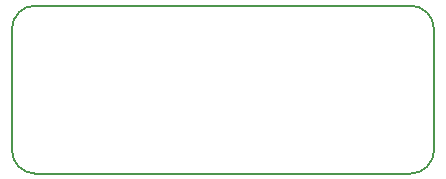
<source format=gbr>
%TF.GenerationSoftware,KiCad,Pcbnew,9.0.5-9.0.5~ubuntu24.04.1*%
%TF.CreationDate,2025-10-18T14:52:59-07:00*%
%TF.ProjectId,magnetometer_extern,6d61676e-6574-46f6-9d65-7465725f6578,rev?*%
%TF.SameCoordinates,Original*%
%TF.FileFunction,Profile,NP*%
%FSLAX46Y46*%
G04 Gerber Fmt 4.6, Leading zero omitted, Abs format (unit mm)*
G04 Created by KiCad (PCBNEW 9.0.5-9.0.5~ubuntu24.04.1) date 2025-10-18 14:52:59*
%MOMM*%
%LPD*%
G01*
G04 APERTURE LIST*
%TA.AperFunction,Profile*%
%ADD10C,0.200000*%
%TD*%
G04 APERTURE END LIST*
D10*
%TO.C,J3*%
X175350001Y-89150000D02*
G75*
G02*
X177350000Y-91150000I-1J-2000000D01*
G01*
X141600001Y-91150000D02*
G75*
G02*
X143600001Y-89150001I1999999J0D01*
G01*
X177350001Y-101370002D02*
G75*
G02*
X175350003Y-103370001I-2000001J2D01*
G01*
X143600000Y-103370000D02*
G75*
G02*
X141600000Y-101370002I0J2000000D01*
G01*
X143600001Y-89150000D02*
X175350001Y-89150000D01*
X177350001Y-91150000D02*
X177350001Y-101370002D01*
X141600001Y-91150000D02*
X141600001Y-101370002D01*
X143600000Y-103370000D02*
X175350003Y-103370000D01*
%TD*%
M02*

</source>
